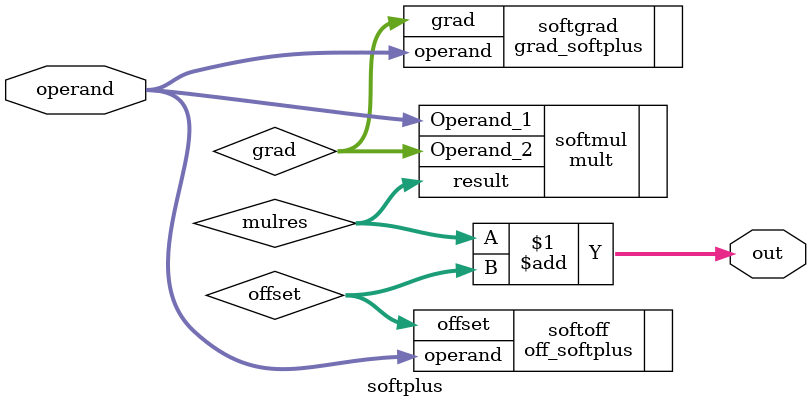
<source format=v>

module softplus (
   input [15:0] operand, 
   output [15:0] out
);
	wire [15:0] grad;
	wire [15:0] offset;
	wire [15:0] mulres;
	
	grad_softplus softgrad
		(
			.operand(operand),
			.grad(grad)
		);
		
	off_softplus softoff
		(
			.operand(operand),
			.offset(offset)
		);
	
	mult softmul
		(
			.Operand_1(operand),
			.Operand_2(grad),
			.result(mulres)
		);
	
	assign out = mulres + offset;
endmodule
</source>
